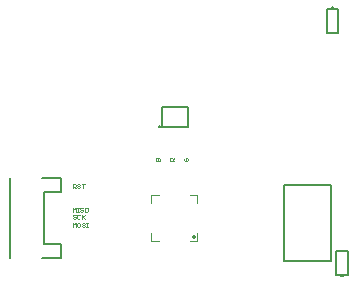
<source format=gto>
G75*
G70*
%OFA0B0*%
%FSLAX24Y24*%
%IPPOS*%
%LPD*%
%AMOC8*
5,1,8,0,0,1.08239X$1,22.5*
%
%ADD10C,0.0020*%
%ADD11C,0.0050*%
%ADD12C,0.0040*%
%ADD13C,0.0139*%
%ADD14C,0.0080*%
D10*
X025606Y006665D02*
X025606Y006805D01*
X025653Y006759D01*
X025699Y006805D01*
X025699Y006665D01*
X025753Y006689D02*
X025777Y006665D01*
X025823Y006665D01*
X025847Y006689D01*
X025847Y006782D01*
X025823Y006805D01*
X025777Y006805D01*
X025753Y006782D01*
X025753Y006689D01*
X025900Y006689D02*
X025924Y006665D01*
X025971Y006665D01*
X025994Y006689D01*
X025994Y006712D01*
X025971Y006735D01*
X025924Y006735D01*
X025900Y006759D01*
X025900Y006782D01*
X025924Y006805D01*
X025971Y006805D01*
X025994Y006782D01*
X026048Y006805D02*
X026095Y006805D01*
X026071Y006805D02*
X026071Y006665D01*
X026048Y006665D02*
X026095Y006665D01*
X025994Y006941D02*
X025924Y007011D01*
X025900Y006988D02*
X025994Y007081D01*
X025900Y007081D02*
X025900Y006941D01*
X025847Y006964D02*
X025823Y006941D01*
X025777Y006941D01*
X025753Y006964D01*
X025753Y007058D01*
X025777Y007081D01*
X025823Y007081D01*
X025847Y007058D01*
X025875Y007177D02*
X025851Y007201D01*
X025875Y007177D02*
X025921Y007177D01*
X025945Y007201D01*
X025945Y007224D01*
X025921Y007247D01*
X025875Y007247D01*
X025851Y007271D01*
X025851Y007294D01*
X025875Y007317D01*
X025921Y007317D01*
X025945Y007294D01*
X025999Y007294D02*
X025999Y007201D01*
X026022Y007177D01*
X026069Y007177D01*
X026092Y007201D01*
X026092Y007294D01*
X026069Y007317D01*
X026022Y007317D01*
X025999Y007294D01*
X025800Y007317D02*
X025753Y007317D01*
X025777Y007317D02*
X025777Y007177D01*
X025800Y007177D02*
X025753Y007177D01*
X025699Y007177D02*
X025699Y007317D01*
X025653Y007271D01*
X025606Y007317D01*
X025606Y007177D01*
X025629Y007081D02*
X025606Y007058D01*
X025606Y007034D01*
X025629Y007011D01*
X025676Y007011D01*
X025699Y006988D01*
X025699Y006964D01*
X025676Y006941D01*
X025629Y006941D01*
X025606Y006964D01*
X025629Y007081D02*
X025676Y007081D01*
X025699Y007058D01*
X025699Y007965D02*
X025653Y008011D01*
X025676Y008011D02*
X025606Y008011D01*
X025606Y007965D02*
X025606Y008105D01*
X025676Y008105D01*
X025699Y008081D01*
X025699Y008035D01*
X025676Y008011D01*
X025753Y007988D02*
X025777Y007965D01*
X025823Y007965D01*
X025847Y007988D01*
X025847Y008011D01*
X025823Y008035D01*
X025777Y008035D01*
X025753Y008058D01*
X025753Y008081D01*
X025777Y008105D01*
X025823Y008105D01*
X025847Y008081D01*
X025900Y008105D02*
X025994Y008105D01*
X025947Y008105D02*
X025947Y007965D01*
X028359Y008870D02*
X028359Y008940D01*
X028382Y008964D01*
X028406Y008964D01*
X028429Y008940D01*
X028429Y008870D01*
X028499Y008870D02*
X028359Y008870D01*
X028429Y008940D02*
X028453Y008964D01*
X028476Y008964D01*
X028499Y008940D01*
X028499Y008870D01*
X028832Y008870D02*
X028832Y008940D01*
X028855Y008964D01*
X028902Y008964D01*
X028925Y008940D01*
X028925Y008870D01*
X028972Y008870D02*
X028832Y008870D01*
X028925Y008917D02*
X028972Y008964D01*
X029304Y008940D02*
X029304Y008893D01*
X029327Y008870D01*
X029421Y008870D01*
X029444Y008893D01*
X029444Y008940D01*
X029421Y008964D01*
X029374Y008964D01*
X029374Y008917D01*
X029327Y008964D02*
X029304Y008940D01*
D11*
X029446Y009994D02*
X028580Y009994D01*
X028580Y010663D01*
X029446Y010663D01*
X029446Y009994D01*
X028462Y010014D02*
X028464Y010022D01*
X028469Y010029D01*
X028476Y010033D01*
X028484Y010034D01*
X028492Y010031D01*
X028498Y010026D01*
X028502Y010018D01*
X028502Y010010D01*
X028498Y010002D01*
X028492Y009997D01*
X028484Y009994D01*
X028476Y009995D01*
X028469Y009999D01*
X028464Y010006D01*
X028462Y010014D01*
X032643Y008073D02*
X034218Y008073D01*
X034218Y005553D01*
X032643Y005553D01*
X032643Y005632D01*
X032643Y007994D01*
X032643Y008073D01*
X034375Y005868D02*
X034769Y005868D01*
X034769Y005081D01*
X034375Y005081D01*
X034375Y005868D01*
X034552Y005041D02*
X034554Y005049D01*
X034559Y005056D01*
X034566Y005060D01*
X034574Y005061D01*
X034582Y005058D01*
X034588Y005053D01*
X034592Y005045D01*
X034592Y005037D01*
X034588Y005029D01*
X034582Y005024D01*
X034574Y005021D01*
X034566Y005022D01*
X034559Y005026D01*
X034554Y005033D01*
X034552Y005041D01*
X034454Y013151D02*
X034060Y013151D01*
X034060Y013939D01*
X034454Y013939D01*
X034454Y013151D01*
X034237Y013978D02*
X034239Y013986D01*
X034244Y013993D01*
X034251Y013997D01*
X034259Y013998D01*
X034267Y013995D01*
X034273Y013990D01*
X034277Y013982D01*
X034277Y013974D01*
X034273Y013966D01*
X034267Y013961D01*
X034259Y013958D01*
X034251Y013959D01*
X034244Y013963D01*
X034239Y013970D01*
X034237Y013978D01*
D12*
X029753Y007738D02*
X029497Y007738D01*
X029753Y007738D02*
X029753Y007482D01*
X028474Y007738D02*
X028218Y007738D01*
X028218Y007482D01*
X028218Y006459D02*
X028218Y006203D01*
X028474Y006203D01*
X029497Y006203D02*
X029753Y006203D01*
X029753Y006459D01*
D13*
X029625Y006331D03*
D14*
X023497Y005640D02*
X023497Y008317D01*
X024560Y008317D02*
X025190Y008317D01*
X025190Y007844D01*
X024639Y007844D01*
X024639Y006112D01*
X025190Y006112D01*
X025190Y005640D01*
X024560Y005640D01*
M02*

</source>
